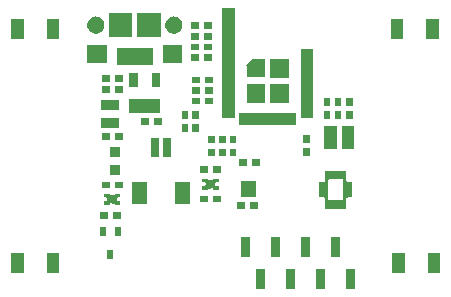
<source format=gbr>
G04 #@! TF.GenerationSoftware,KiCad,Pcbnew,(5.0.1-3-g963ef8bb5)*
G04 #@! TF.CreationDate,2019-05-06T12:15:08-04:00*
G04 #@! TF.ProjectId,OHAK_131,4F48414B5F3133312E6B696361645F70,rev?*
G04 #@! TF.SameCoordinates,Original*
G04 #@! TF.FileFunction,Soldermask,Top*
G04 #@! TF.FilePolarity,Negative*
%FSLAX46Y46*%
G04 Gerber Fmt 4.6, Leading zero omitted, Abs format (unit mm)*
G04 Created by KiCad (PCBNEW (5.0.1-3-g963ef8bb5)) date Monday, May 06, 2019 at 12:15:08 PM*
%MOMM*%
%LPD*%
G01*
G04 APERTURE LIST*
%ADD10C,0.100000*%
G04 APERTURE END LIST*
D10*
G36*
X151335880Y-110323860D02*
X150535880Y-110323860D01*
X150535880Y-108563860D01*
X151335880Y-108563860D01*
X151335880Y-110323860D01*
X151335880Y-110323860D01*
G37*
G36*
X148795880Y-110323860D02*
X147995880Y-110323860D01*
X147995880Y-108563860D01*
X148795880Y-108563860D01*
X148795880Y-110323860D01*
X148795880Y-110323860D01*
G37*
G36*
X146255880Y-110323860D02*
X145455880Y-110323860D01*
X145455880Y-108563860D01*
X146255880Y-108563860D01*
X146255880Y-110323860D01*
X146255880Y-110323860D01*
G37*
G36*
X143715880Y-110323860D02*
X142915880Y-110323860D01*
X142915880Y-108563860D01*
X143715880Y-108563860D01*
X143715880Y-110323860D01*
X143715880Y-110323860D01*
G37*
G36*
X126291880Y-108929860D02*
X125231880Y-108929860D01*
X125231880Y-107269860D01*
X126291880Y-107269860D01*
X126291880Y-108929860D01*
X126291880Y-108929860D01*
G37*
G36*
X123291880Y-108929860D02*
X122231880Y-108929860D01*
X122231880Y-107269860D01*
X123291880Y-107269860D01*
X123291880Y-108929860D01*
X123291880Y-108929860D01*
G37*
G36*
X155549880Y-108929860D02*
X154489880Y-108929860D01*
X154489880Y-107269860D01*
X155549880Y-107269860D01*
X155549880Y-108929860D01*
X155549880Y-108929860D01*
G37*
G36*
X158549880Y-108929860D02*
X157489880Y-108929860D01*
X157489880Y-107269860D01*
X158549880Y-107269860D01*
X158549880Y-108929860D01*
X158549880Y-108929860D01*
G37*
G36*
X130870880Y-107773860D02*
X130360880Y-107773860D01*
X130360880Y-107013860D01*
X130870880Y-107013860D01*
X130870880Y-107773860D01*
X130870880Y-107773860D01*
G37*
G36*
X150065880Y-107623860D02*
X149265880Y-107623860D01*
X149265880Y-105863860D01*
X150065880Y-105863860D01*
X150065880Y-107623860D01*
X150065880Y-107623860D01*
G37*
G36*
X147525880Y-107623860D02*
X146725880Y-107623860D01*
X146725880Y-105863860D01*
X147525880Y-105863860D01*
X147525880Y-107623860D01*
X147525880Y-107623860D01*
G37*
G36*
X144985880Y-107623860D02*
X144185880Y-107623860D01*
X144185880Y-105863860D01*
X144985880Y-105863860D01*
X144985880Y-107623860D01*
X144985880Y-107623860D01*
G37*
G36*
X142445880Y-107623860D02*
X141645880Y-107623860D01*
X141645880Y-105863860D01*
X142445880Y-105863860D01*
X142445880Y-107623860D01*
X142445880Y-107623860D01*
G37*
G36*
X130220880Y-105773860D02*
X129710880Y-105773860D01*
X129710880Y-105013860D01*
X130220880Y-105013860D01*
X130220880Y-105773860D01*
X130220880Y-105773860D01*
G37*
G36*
X131520880Y-105773860D02*
X131010880Y-105773860D01*
X131010880Y-105013860D01*
X131520880Y-105013860D01*
X131520880Y-105773860D01*
X131520880Y-105773860D01*
G37*
G36*
X130395880Y-104348860D02*
X129735880Y-104348860D01*
X129735880Y-103788860D01*
X130395880Y-103788860D01*
X130395880Y-104348860D01*
X130395880Y-104348860D01*
G37*
G36*
X131495880Y-104348860D02*
X130835880Y-104348860D01*
X130835880Y-103788860D01*
X131495880Y-103788860D01*
X131495880Y-104348860D01*
X131495880Y-104348860D01*
G37*
G36*
X142020880Y-103523860D02*
X141360880Y-103523860D01*
X141360880Y-102963860D01*
X142020880Y-102963860D01*
X142020880Y-103523860D01*
X142020880Y-103523860D01*
G37*
G36*
X150595880Y-101113860D02*
X150598282Y-101138246D01*
X150605395Y-101161695D01*
X150616946Y-101183306D01*
X150632492Y-101202248D01*
X150651434Y-101217794D01*
X150673045Y-101229345D01*
X150696494Y-101236458D01*
X150720880Y-101238860D01*
X151070880Y-101238860D01*
X151070880Y-102548860D01*
X150720880Y-102548860D01*
X150696494Y-102551262D01*
X150673045Y-102558375D01*
X150651434Y-102569926D01*
X150632492Y-102585472D01*
X150616946Y-102604414D01*
X150605395Y-102626025D01*
X150598282Y-102649474D01*
X150595880Y-102673860D01*
X150595880Y-103523860D01*
X148785880Y-103523860D01*
X148785880Y-102673860D01*
X148783478Y-102649474D01*
X148776365Y-102626025D01*
X148764814Y-102604414D01*
X148749268Y-102585472D01*
X148730326Y-102569926D01*
X148708715Y-102558375D01*
X148685266Y-102551262D01*
X148660880Y-102548860D01*
X148310880Y-102548860D01*
X148310880Y-101238860D01*
X148660880Y-101238860D01*
X148685266Y-101236458D01*
X148708715Y-101229345D01*
X148730326Y-101217794D01*
X148749268Y-101202248D01*
X148764814Y-101183306D01*
X148776365Y-101161695D01*
X148783478Y-101138246D01*
X148784895Y-101123860D01*
X149045880Y-101123860D01*
X149045880Y-102663860D01*
X149048282Y-102688246D01*
X149055395Y-102711695D01*
X149066946Y-102733306D01*
X149082492Y-102752248D01*
X149101434Y-102767794D01*
X149123045Y-102779345D01*
X149146494Y-102786458D01*
X149170880Y-102788860D01*
X150210880Y-102788860D01*
X150235266Y-102786458D01*
X150258715Y-102779345D01*
X150280326Y-102767794D01*
X150299268Y-102752248D01*
X150314814Y-102733306D01*
X150326365Y-102711695D01*
X150333478Y-102688246D01*
X150335880Y-102663860D01*
X150335880Y-101123860D01*
X150333478Y-101099474D01*
X150326365Y-101076025D01*
X150314814Y-101054414D01*
X150299268Y-101035472D01*
X150280326Y-101019926D01*
X150258715Y-101008375D01*
X150235266Y-101001262D01*
X150210880Y-100998860D01*
X149170880Y-100998860D01*
X149146494Y-101001262D01*
X149123045Y-101008375D01*
X149101434Y-101019926D01*
X149082492Y-101035472D01*
X149066946Y-101054414D01*
X149055395Y-101076025D01*
X149048282Y-101099474D01*
X149045880Y-101123860D01*
X148784895Y-101123860D01*
X148785880Y-101113860D01*
X148785880Y-100263860D01*
X150595880Y-100263860D01*
X150595880Y-101113860D01*
X150595880Y-101113860D01*
G37*
G36*
X143120880Y-103523860D02*
X142460880Y-103523860D01*
X142460880Y-102963860D01*
X143120880Y-102963860D01*
X143120880Y-103523860D01*
X143120880Y-103523860D01*
G37*
G36*
X130515880Y-102226215D02*
X130521761Y-102226794D01*
X130525531Y-102227938D01*
X130527417Y-102228510D01*
X130529153Y-102229438D01*
X130532628Y-102231295D01*
X130537196Y-102235044D01*
X130540945Y-102239612D01*
X130542802Y-102243087D01*
X130543730Y-102244823D01*
X130547290Y-102256560D01*
X130549603Y-102268190D01*
X130558980Y-102290829D01*
X130572594Y-102311203D01*
X130589921Y-102328531D01*
X130610295Y-102342145D01*
X130632934Y-102351522D01*
X130656968Y-102356303D01*
X130681472Y-102356303D01*
X130705506Y-102351523D01*
X130728145Y-102342146D01*
X130748519Y-102328532D01*
X130757609Y-102320293D01*
X130765880Y-102312022D01*
X130774151Y-102320293D01*
X130793093Y-102335839D01*
X130814704Y-102347390D01*
X130838153Y-102354503D01*
X130862539Y-102356905D01*
X130886925Y-102354503D01*
X130910374Y-102347390D01*
X130931985Y-102335839D01*
X130950927Y-102320293D01*
X130966473Y-102301351D01*
X130978024Y-102279740D01*
X130985137Y-102256291D01*
X130985697Y-102252515D01*
X130986314Y-102250481D01*
X130986314Y-102250479D01*
X130988030Y-102244824D01*
X130988030Y-102244823D01*
X130988958Y-102243087D01*
X130990815Y-102239612D01*
X130994564Y-102235044D01*
X130999132Y-102231295D01*
X131002607Y-102229438D01*
X131004343Y-102228510D01*
X131006229Y-102227938D01*
X131009999Y-102226794D01*
X131015880Y-102226215D01*
X131022022Y-102225610D01*
X131414738Y-102225610D01*
X131420880Y-102226215D01*
X131426761Y-102226794D01*
X131430531Y-102227938D01*
X131432417Y-102228510D01*
X131434153Y-102229438D01*
X131437628Y-102231295D01*
X131442196Y-102235044D01*
X131445945Y-102239612D01*
X131447802Y-102243087D01*
X131448730Y-102244823D01*
X131448730Y-102244824D01*
X131450446Y-102250479D01*
X131450446Y-102250481D01*
X131451630Y-102262502D01*
X131451630Y-102500218D01*
X131451025Y-102506360D01*
X131450446Y-102512241D01*
X131449302Y-102516011D01*
X131448730Y-102517897D01*
X131447802Y-102519633D01*
X131445945Y-102523108D01*
X131442196Y-102527676D01*
X131437628Y-102531425D01*
X131434525Y-102533083D01*
X131432417Y-102534210D01*
X131430531Y-102534782D01*
X131426761Y-102535926D01*
X131420880Y-102536505D01*
X131414738Y-102537110D01*
X131292744Y-102537110D01*
X131268358Y-102539512D01*
X131244909Y-102546625D01*
X131223298Y-102558176D01*
X131204356Y-102573722D01*
X131188810Y-102592664D01*
X131177259Y-102614275D01*
X131170146Y-102637724D01*
X131167744Y-102662110D01*
X131170146Y-102686496D01*
X131172380Y-102693860D01*
X131170146Y-102701224D01*
X131167744Y-102725610D01*
X131170146Y-102749996D01*
X131177259Y-102773445D01*
X131188810Y-102795056D01*
X131204356Y-102813998D01*
X131223298Y-102829544D01*
X131244909Y-102841095D01*
X131268358Y-102848208D01*
X131292744Y-102850610D01*
X131414738Y-102850610D01*
X131420880Y-102851215D01*
X131426761Y-102851794D01*
X131430531Y-102852938D01*
X131432417Y-102853510D01*
X131434153Y-102854438D01*
X131437628Y-102856295D01*
X131442196Y-102860044D01*
X131445945Y-102864612D01*
X131447802Y-102868087D01*
X131448730Y-102869823D01*
X131448730Y-102869824D01*
X131450446Y-102875479D01*
X131450446Y-102875481D01*
X131451630Y-102887502D01*
X131451630Y-103125218D01*
X131451025Y-103131360D01*
X131450446Y-103137241D01*
X131449302Y-103141011D01*
X131448730Y-103142897D01*
X131447802Y-103144633D01*
X131445945Y-103148108D01*
X131442196Y-103152676D01*
X131437628Y-103156425D01*
X131434153Y-103158282D01*
X131432417Y-103159210D01*
X131430531Y-103159782D01*
X131426761Y-103160926D01*
X131420880Y-103161505D01*
X131414738Y-103162110D01*
X131022022Y-103162110D01*
X131015880Y-103161505D01*
X131009999Y-103160926D01*
X131006229Y-103159782D01*
X131004343Y-103159210D01*
X131002607Y-103158282D01*
X130999132Y-103156425D01*
X130994564Y-103152676D01*
X130990815Y-103148108D01*
X130988958Y-103144633D01*
X130988030Y-103142897D01*
X130984470Y-103131160D01*
X130982157Y-103119530D01*
X130972780Y-103096891D01*
X130959166Y-103076517D01*
X130941839Y-103059189D01*
X130921465Y-103045575D01*
X130898826Y-103036198D01*
X130874792Y-103031417D01*
X130850288Y-103031417D01*
X130826254Y-103036197D01*
X130803615Y-103045574D01*
X130783241Y-103059188D01*
X130774151Y-103067427D01*
X130765880Y-103075698D01*
X130757609Y-103067427D01*
X130738667Y-103051881D01*
X130717056Y-103040330D01*
X130693607Y-103033217D01*
X130669221Y-103030815D01*
X130644835Y-103033217D01*
X130621386Y-103040330D01*
X130599775Y-103051881D01*
X130580833Y-103067427D01*
X130565287Y-103086369D01*
X130553736Y-103107980D01*
X130546623Y-103131429D01*
X130546063Y-103135205D01*
X130545446Y-103137238D01*
X130545446Y-103137241D01*
X130544360Y-103140821D01*
X130543730Y-103142897D01*
X130542802Y-103144633D01*
X130540945Y-103148108D01*
X130537196Y-103152676D01*
X130532628Y-103156425D01*
X130529153Y-103158282D01*
X130527417Y-103159210D01*
X130525531Y-103159782D01*
X130521761Y-103160926D01*
X130515880Y-103161505D01*
X130509738Y-103162110D01*
X130117022Y-103162110D01*
X130110880Y-103161505D01*
X130104999Y-103160926D01*
X130101229Y-103159782D01*
X130099343Y-103159210D01*
X130097607Y-103158282D01*
X130094132Y-103156425D01*
X130089564Y-103152676D01*
X130085815Y-103148108D01*
X130083958Y-103144633D01*
X130083030Y-103142897D01*
X130082458Y-103141011D01*
X130081314Y-103137241D01*
X130080735Y-103131360D01*
X130080130Y-103125218D01*
X130080130Y-102887502D01*
X130081314Y-102875481D01*
X130081314Y-102875479D01*
X130083030Y-102869824D01*
X130083030Y-102869823D01*
X130083958Y-102868087D01*
X130085815Y-102864612D01*
X130089564Y-102860044D01*
X130094132Y-102856295D01*
X130097607Y-102854438D01*
X130099343Y-102853510D01*
X130101229Y-102852938D01*
X130104999Y-102851794D01*
X130110880Y-102851215D01*
X130117022Y-102850610D01*
X130239016Y-102850610D01*
X130263402Y-102848208D01*
X130286851Y-102841095D01*
X130308462Y-102829544D01*
X130327404Y-102813998D01*
X130342950Y-102795056D01*
X130354501Y-102773445D01*
X130361614Y-102749996D01*
X130364016Y-102725610D01*
X130361614Y-102701224D01*
X130359380Y-102693860D01*
X130361614Y-102686496D01*
X130364016Y-102662110D01*
X130361614Y-102637724D01*
X130354501Y-102614275D01*
X130342950Y-102592664D01*
X130327404Y-102573722D01*
X130308462Y-102558176D01*
X130286851Y-102546625D01*
X130263402Y-102539512D01*
X130239016Y-102537110D01*
X130117022Y-102537110D01*
X130110880Y-102536505D01*
X130104999Y-102535926D01*
X130101229Y-102534782D01*
X130099343Y-102534210D01*
X130097235Y-102533083D01*
X130094132Y-102531425D01*
X130089564Y-102527676D01*
X130085815Y-102523108D01*
X130083958Y-102519633D01*
X130083030Y-102517897D01*
X130082458Y-102516011D01*
X130081314Y-102512241D01*
X130080735Y-102506360D01*
X130080130Y-102500218D01*
X130080130Y-102262502D01*
X130081314Y-102250481D01*
X130081314Y-102250479D01*
X130083030Y-102244824D01*
X130083030Y-102244823D01*
X130083958Y-102243087D01*
X130085815Y-102239612D01*
X130089564Y-102235044D01*
X130094132Y-102231295D01*
X130097607Y-102229438D01*
X130099343Y-102228510D01*
X130101229Y-102227938D01*
X130104999Y-102226794D01*
X130110880Y-102226215D01*
X130117022Y-102225610D01*
X130509738Y-102225610D01*
X130515880Y-102226215D01*
X130515880Y-102226215D01*
G37*
G36*
X137345880Y-103111360D02*
X136085880Y-103111360D01*
X136085880Y-101251360D01*
X137345880Y-101251360D01*
X137345880Y-103111360D01*
X137345880Y-103111360D01*
G37*
G36*
X133745880Y-103111360D02*
X132485880Y-103111360D01*
X132485880Y-101251360D01*
X133745880Y-101251360D01*
X133745880Y-103111360D01*
X133745880Y-103111360D01*
G37*
G36*
X139970880Y-102948860D02*
X139310880Y-102948860D01*
X139310880Y-102388860D01*
X139970880Y-102388860D01*
X139970880Y-102948860D01*
X139970880Y-102948860D01*
G37*
G36*
X138870880Y-102948860D02*
X138210880Y-102948860D01*
X138210880Y-102388860D01*
X138870880Y-102388860D01*
X138870880Y-102948860D01*
X138870880Y-102948860D01*
G37*
G36*
X142940880Y-102468860D02*
X141640880Y-102468860D01*
X141640880Y-101118860D01*
X142940880Y-101118860D01*
X142940880Y-102468860D01*
X142940880Y-102468860D01*
G37*
G36*
X138840880Y-100951216D02*
X138846761Y-100951795D01*
X138850531Y-100952939D01*
X138852417Y-100953511D01*
X138854153Y-100954439D01*
X138857628Y-100956296D01*
X138862196Y-100960045D01*
X138865945Y-100964613D01*
X138867802Y-100968088D01*
X138868730Y-100969824D01*
X138872290Y-100981561D01*
X138874603Y-100993191D01*
X138883980Y-101015830D01*
X138897594Y-101036204D01*
X138914921Y-101053532D01*
X138935295Y-101067146D01*
X138957934Y-101076523D01*
X138981968Y-101081304D01*
X139006472Y-101081304D01*
X139030506Y-101076524D01*
X139053145Y-101067147D01*
X139073519Y-101053533D01*
X139082609Y-101045294D01*
X139090880Y-101037023D01*
X139099151Y-101045294D01*
X139118093Y-101060840D01*
X139139704Y-101072391D01*
X139163153Y-101079504D01*
X139187539Y-101081906D01*
X139211925Y-101079504D01*
X139235374Y-101072391D01*
X139256985Y-101060840D01*
X139275927Y-101045294D01*
X139291473Y-101026352D01*
X139303024Y-101004741D01*
X139310137Y-100981292D01*
X139310697Y-100977516D01*
X139311314Y-100975482D01*
X139311314Y-100975480D01*
X139313030Y-100969825D01*
X139313030Y-100969824D01*
X139313958Y-100968088D01*
X139315815Y-100964613D01*
X139319564Y-100960045D01*
X139324132Y-100956296D01*
X139327607Y-100954439D01*
X139329343Y-100953511D01*
X139331229Y-100952939D01*
X139334999Y-100951795D01*
X139340880Y-100951216D01*
X139347022Y-100950611D01*
X139739738Y-100950611D01*
X139745880Y-100951216D01*
X139751761Y-100951795D01*
X139755531Y-100952939D01*
X139757417Y-100953511D01*
X139759153Y-100954439D01*
X139762628Y-100956296D01*
X139767196Y-100960045D01*
X139770945Y-100964613D01*
X139772802Y-100968088D01*
X139773730Y-100969824D01*
X139773730Y-100969825D01*
X139775446Y-100975480D01*
X139775446Y-100975482D01*
X139776630Y-100987503D01*
X139776630Y-101225219D01*
X139776025Y-101231361D01*
X139775446Y-101237242D01*
X139774955Y-101238860D01*
X139773730Y-101242898D01*
X139772802Y-101244634D01*
X139770945Y-101248109D01*
X139767196Y-101252677D01*
X139762628Y-101256426D01*
X139759525Y-101258084D01*
X139757417Y-101259211D01*
X139755531Y-101259783D01*
X139751761Y-101260927D01*
X139745880Y-101261506D01*
X139739738Y-101262111D01*
X139617744Y-101262111D01*
X139593358Y-101264513D01*
X139569909Y-101271626D01*
X139548298Y-101283177D01*
X139529356Y-101298723D01*
X139513810Y-101317665D01*
X139502259Y-101339276D01*
X139495146Y-101362725D01*
X139492744Y-101387111D01*
X139495146Y-101411497D01*
X139497380Y-101418861D01*
X139495146Y-101426225D01*
X139492744Y-101450611D01*
X139495146Y-101474997D01*
X139502259Y-101498446D01*
X139513810Y-101520057D01*
X139529356Y-101538999D01*
X139548298Y-101554545D01*
X139569909Y-101566096D01*
X139593358Y-101573209D01*
X139617744Y-101575611D01*
X139739738Y-101575611D01*
X139745880Y-101576216D01*
X139751761Y-101576795D01*
X139755531Y-101577939D01*
X139757417Y-101578511D01*
X139759153Y-101579439D01*
X139762628Y-101581296D01*
X139767196Y-101585045D01*
X139770945Y-101589613D01*
X139772802Y-101593088D01*
X139773730Y-101594824D01*
X139773730Y-101594825D01*
X139775446Y-101600480D01*
X139775446Y-101600482D01*
X139776630Y-101612503D01*
X139776630Y-101850219D01*
X139776025Y-101856361D01*
X139775446Y-101862242D01*
X139774302Y-101866012D01*
X139773730Y-101867898D01*
X139772802Y-101869634D01*
X139770945Y-101873109D01*
X139767196Y-101877677D01*
X139762628Y-101881426D01*
X139759153Y-101883283D01*
X139757417Y-101884211D01*
X139755531Y-101884783D01*
X139751761Y-101885927D01*
X139745880Y-101886506D01*
X139739738Y-101887111D01*
X139347022Y-101887111D01*
X139340880Y-101886506D01*
X139334999Y-101885927D01*
X139331229Y-101884783D01*
X139329343Y-101884211D01*
X139327607Y-101883283D01*
X139324132Y-101881426D01*
X139319564Y-101877677D01*
X139315815Y-101873109D01*
X139313958Y-101869634D01*
X139313030Y-101867898D01*
X139309470Y-101856161D01*
X139307157Y-101844531D01*
X139297780Y-101821892D01*
X139284166Y-101801518D01*
X139266839Y-101784190D01*
X139246465Y-101770576D01*
X139223826Y-101761199D01*
X139199792Y-101756418D01*
X139175288Y-101756418D01*
X139151254Y-101761198D01*
X139128615Y-101770575D01*
X139108241Y-101784189D01*
X139099151Y-101792428D01*
X139090880Y-101800699D01*
X139082609Y-101792428D01*
X139063667Y-101776882D01*
X139042056Y-101765331D01*
X139018607Y-101758218D01*
X138994221Y-101755816D01*
X138969835Y-101758218D01*
X138946386Y-101765331D01*
X138924775Y-101776882D01*
X138905833Y-101792428D01*
X138890287Y-101811370D01*
X138878736Y-101832981D01*
X138871623Y-101856430D01*
X138871063Y-101860206D01*
X138870446Y-101862239D01*
X138870446Y-101862242D01*
X138869360Y-101865822D01*
X138868730Y-101867898D01*
X138867802Y-101869634D01*
X138865945Y-101873109D01*
X138862196Y-101877677D01*
X138857628Y-101881426D01*
X138854153Y-101883283D01*
X138852417Y-101884211D01*
X138850531Y-101884783D01*
X138846761Y-101885927D01*
X138840880Y-101886506D01*
X138834738Y-101887111D01*
X138442022Y-101887111D01*
X138435880Y-101886506D01*
X138429999Y-101885927D01*
X138426229Y-101884783D01*
X138424343Y-101884211D01*
X138422607Y-101883283D01*
X138419132Y-101881426D01*
X138414564Y-101877677D01*
X138410815Y-101873109D01*
X138408958Y-101869634D01*
X138408030Y-101867898D01*
X138407458Y-101866012D01*
X138406314Y-101862242D01*
X138405735Y-101856361D01*
X138405130Y-101850219D01*
X138405130Y-101612503D01*
X138406314Y-101600482D01*
X138406314Y-101600480D01*
X138408030Y-101594825D01*
X138408030Y-101594824D01*
X138408958Y-101593088D01*
X138410815Y-101589613D01*
X138414564Y-101585045D01*
X138419132Y-101581296D01*
X138422607Y-101579439D01*
X138424343Y-101578511D01*
X138426229Y-101577939D01*
X138429999Y-101576795D01*
X138435880Y-101576216D01*
X138442022Y-101575611D01*
X138564016Y-101575611D01*
X138588402Y-101573209D01*
X138611851Y-101566096D01*
X138633462Y-101554545D01*
X138652404Y-101538999D01*
X138667950Y-101520057D01*
X138679501Y-101498446D01*
X138686614Y-101474997D01*
X138689016Y-101450611D01*
X138686614Y-101426225D01*
X138684380Y-101418861D01*
X138686614Y-101411497D01*
X138689016Y-101387111D01*
X138686614Y-101362725D01*
X138679501Y-101339276D01*
X138667950Y-101317665D01*
X138652404Y-101298723D01*
X138633462Y-101283177D01*
X138611851Y-101271626D01*
X138588402Y-101264513D01*
X138564016Y-101262111D01*
X138442022Y-101262111D01*
X138435880Y-101261506D01*
X138429999Y-101260927D01*
X138426229Y-101259783D01*
X138424343Y-101259211D01*
X138422235Y-101258084D01*
X138419132Y-101256426D01*
X138414564Y-101252677D01*
X138410815Y-101248109D01*
X138408958Y-101244634D01*
X138408030Y-101242898D01*
X138406805Y-101238860D01*
X138406314Y-101237242D01*
X138405735Y-101231361D01*
X138405130Y-101225219D01*
X138405130Y-100987503D01*
X138406314Y-100975482D01*
X138406314Y-100975480D01*
X138408030Y-100969825D01*
X138408030Y-100969824D01*
X138408958Y-100968088D01*
X138410815Y-100964613D01*
X138414564Y-100960045D01*
X138419132Y-100956296D01*
X138422607Y-100954439D01*
X138424343Y-100953511D01*
X138426229Y-100952939D01*
X138429999Y-100951795D01*
X138435880Y-100951216D01*
X138442022Y-100950611D01*
X138834738Y-100950611D01*
X138840880Y-100951216D01*
X138840880Y-100951216D01*
G37*
G36*
X131645880Y-101773860D02*
X130985880Y-101773860D01*
X130985880Y-101213860D01*
X131645880Y-101213860D01*
X131645880Y-101773860D01*
X131645880Y-101773860D01*
G37*
G36*
X130545880Y-101773860D02*
X129885880Y-101773860D01*
X129885880Y-101213860D01*
X130545880Y-101213860D01*
X130545880Y-101773860D01*
X130545880Y-101773860D01*
G37*
G36*
X131395880Y-100648860D02*
X130585880Y-100648860D01*
X130585880Y-99788860D01*
X131395880Y-99788860D01*
X131395880Y-100648860D01*
X131395880Y-100648860D01*
G37*
G36*
X138870880Y-100448860D02*
X138210880Y-100448860D01*
X138210880Y-99888860D01*
X138870880Y-99888860D01*
X138870880Y-100448860D01*
X138870880Y-100448860D01*
G37*
G36*
X139970880Y-100448860D02*
X139310880Y-100448860D01*
X139310880Y-99888860D01*
X139970880Y-99888860D01*
X139970880Y-100448860D01*
X139970880Y-100448860D01*
G37*
G36*
X143270880Y-99873860D02*
X142610880Y-99873860D01*
X142610880Y-99313860D01*
X143270880Y-99313860D01*
X143270880Y-99873860D01*
X143270880Y-99873860D01*
G37*
G36*
X142170880Y-99873860D02*
X141510880Y-99873860D01*
X141510880Y-99313860D01*
X142170880Y-99313860D01*
X142170880Y-99873860D01*
X142170880Y-99873860D01*
G37*
G36*
X131395880Y-99148860D02*
X130585880Y-99148860D01*
X130585880Y-98288860D01*
X131395880Y-98288860D01*
X131395880Y-99148860D01*
X131395880Y-99148860D01*
G37*
G36*
X135745880Y-99111360D02*
X135085880Y-99111360D01*
X135085880Y-97501360D01*
X135745880Y-97501360D01*
X135745880Y-99111360D01*
X135745880Y-99111360D01*
G37*
G36*
X134745880Y-99111360D02*
X134085880Y-99111360D01*
X134085880Y-97501360D01*
X134745880Y-97501360D01*
X134745880Y-99111360D01*
X134745880Y-99111360D01*
G37*
G36*
X139470880Y-99073860D02*
X138910880Y-99073860D01*
X138910880Y-98413860D01*
X139470880Y-98413860D01*
X139470880Y-99073860D01*
X139470880Y-99073860D01*
G37*
G36*
X140370880Y-99073860D02*
X139810880Y-99073860D01*
X139810880Y-98413860D01*
X140370880Y-98413860D01*
X140370880Y-99073860D01*
X140370880Y-99073860D01*
G37*
G36*
X141270880Y-99073860D02*
X140710880Y-99073860D01*
X140710880Y-98413860D01*
X141270880Y-98413860D01*
X141270880Y-99073860D01*
X141270880Y-99073860D01*
G37*
G36*
X147520880Y-99023860D02*
X146960880Y-99023860D01*
X146960880Y-98363860D01*
X147520880Y-98363860D01*
X147520880Y-99023860D01*
X147520880Y-99023860D01*
G37*
G36*
X151270880Y-98423861D02*
X150210880Y-98423861D01*
X150210880Y-96463861D01*
X151270880Y-96463861D01*
X151270880Y-98423861D01*
X151270880Y-98423861D01*
G37*
G36*
X149770880Y-98423861D02*
X148710880Y-98423861D01*
X148710880Y-96463861D01*
X149770880Y-96463861D01*
X149770880Y-98423861D01*
X149770880Y-98423861D01*
G37*
G36*
X141270880Y-97973860D02*
X140710880Y-97973860D01*
X140710880Y-97313860D01*
X141270880Y-97313860D01*
X141270880Y-97973860D01*
X141270880Y-97973860D01*
G37*
G36*
X140370880Y-97973860D02*
X139810880Y-97973860D01*
X139810880Y-97313860D01*
X140370880Y-97313860D01*
X140370880Y-97973860D01*
X140370880Y-97973860D01*
G37*
G36*
X139470880Y-97973860D02*
X138910880Y-97973860D01*
X138910880Y-97313860D01*
X139470880Y-97313860D01*
X139470880Y-97973860D01*
X139470880Y-97973860D01*
G37*
G36*
X147520880Y-97923860D02*
X146960880Y-97923860D01*
X146960880Y-97263860D01*
X147520880Y-97263860D01*
X147520880Y-97923860D01*
X147520880Y-97923860D01*
G37*
G36*
X131645880Y-97673860D02*
X130985880Y-97673860D01*
X130985880Y-97113860D01*
X131645880Y-97113860D01*
X131645880Y-97673860D01*
X131645880Y-97673860D01*
G37*
G36*
X130545880Y-97673860D02*
X129885880Y-97673860D01*
X129885880Y-97113860D01*
X130545880Y-97113860D01*
X130545880Y-97673860D01*
X130545880Y-97673860D01*
G37*
G36*
X138120880Y-96973860D02*
X137560880Y-96973860D01*
X137560880Y-96313860D01*
X138120880Y-96313860D01*
X138120880Y-96973860D01*
X138120880Y-96973860D01*
G37*
G36*
X137220880Y-96973860D02*
X136660880Y-96973860D01*
X136660880Y-96313860D01*
X137220880Y-96313860D01*
X137220880Y-96973860D01*
X137220880Y-96973860D01*
G37*
G36*
X131370880Y-96648860D02*
X129810880Y-96648860D01*
X129810880Y-95788860D01*
X131370880Y-95788860D01*
X131370880Y-96648860D01*
X131370880Y-96648860D01*
G37*
G36*
X146347880Y-96443860D02*
X141533880Y-96443860D01*
X141533880Y-95383860D01*
X146347880Y-95383860D01*
X146347880Y-96443860D01*
X146347880Y-96443860D01*
G37*
G36*
X133845880Y-96373860D02*
X133185880Y-96373860D01*
X133185880Y-95813860D01*
X133845880Y-95813860D01*
X133845880Y-96373860D01*
X133845880Y-96373860D01*
G37*
G36*
X134945880Y-96373860D02*
X134285880Y-96373860D01*
X134285880Y-95813860D01*
X134945880Y-95813860D01*
X134945880Y-96373860D01*
X134945880Y-96373860D01*
G37*
G36*
X138120880Y-95873860D02*
X137560880Y-95873860D01*
X137560880Y-95213860D01*
X138120880Y-95213860D01*
X138120880Y-95873860D01*
X138120880Y-95873860D01*
G37*
G36*
X150170880Y-95873860D02*
X149610880Y-95873860D01*
X149610880Y-95213860D01*
X150170880Y-95213860D01*
X150170880Y-95873860D01*
X150170880Y-95873860D01*
G37*
G36*
X137220880Y-95873860D02*
X136660880Y-95873860D01*
X136660880Y-95213860D01*
X137220880Y-95213860D01*
X137220880Y-95873860D01*
X137220880Y-95873860D01*
G37*
G36*
X151120880Y-95873860D02*
X150560880Y-95873860D01*
X150560880Y-95213860D01*
X151120880Y-95213860D01*
X151120880Y-95873860D01*
X151120880Y-95873860D01*
G37*
G36*
X149220880Y-95873860D02*
X148660880Y-95873860D01*
X148660880Y-95213860D01*
X149220880Y-95213860D01*
X149220880Y-95873860D01*
X149220880Y-95873860D01*
G37*
G36*
X141165880Y-95780860D02*
X140105880Y-95780860D01*
X140105880Y-86466860D01*
X141165880Y-86466860D01*
X141165880Y-95780860D01*
X141165880Y-95780860D01*
G37*
G36*
X147775880Y-95780860D02*
X146715880Y-95780860D01*
X146715880Y-89966860D01*
X147775880Y-89966860D01*
X147775880Y-95780860D01*
X147775880Y-95780860D01*
G37*
G36*
X134820880Y-95353860D02*
X132210880Y-95353860D01*
X132210880Y-94233860D01*
X134820880Y-94233860D01*
X134820880Y-95353860D01*
X134820880Y-95353860D01*
G37*
G36*
X131370880Y-95148860D02*
X129810880Y-95148860D01*
X129810880Y-94288860D01*
X131370880Y-94288860D01*
X131370880Y-95148860D01*
X131370880Y-95148860D01*
G37*
G36*
X149220880Y-94773860D02*
X148660880Y-94773860D01*
X148660880Y-94113860D01*
X149220880Y-94113860D01*
X149220880Y-94773860D01*
X149220880Y-94773860D01*
G37*
G36*
X151120880Y-94773860D02*
X150560880Y-94773860D01*
X150560880Y-94113860D01*
X151120880Y-94113860D01*
X151120880Y-94773860D01*
X151120880Y-94773860D01*
G37*
G36*
X150170880Y-94773860D02*
X149610880Y-94773860D01*
X149610880Y-94113860D01*
X150170880Y-94113860D01*
X150170880Y-94773860D01*
X150170880Y-94773860D01*
G37*
G36*
X138180880Y-94673860D02*
X137520880Y-94673860D01*
X137520880Y-94113860D01*
X138180880Y-94113860D01*
X138180880Y-94673860D01*
X138180880Y-94673860D01*
G37*
G36*
X139280880Y-94673860D02*
X138620880Y-94673860D01*
X138620880Y-94113860D01*
X139280880Y-94113860D01*
X139280880Y-94673860D01*
X139280880Y-94673860D01*
G37*
G36*
X143720880Y-94513860D02*
X142160880Y-94513860D01*
X142160880Y-92953860D01*
X143720880Y-92953860D01*
X143720880Y-94513860D01*
X143720880Y-94513860D01*
G37*
G36*
X145720880Y-94513860D02*
X144160880Y-94513860D01*
X144160880Y-92953860D01*
X145720880Y-92953860D01*
X145720880Y-94513860D01*
X145720880Y-94513860D01*
G37*
G36*
X138170880Y-93773860D02*
X137510880Y-93773860D01*
X137510880Y-93213860D01*
X138170880Y-93213860D01*
X138170880Y-93773860D01*
X138170880Y-93773860D01*
G37*
G36*
X139270880Y-93773860D02*
X138610880Y-93773860D01*
X138610880Y-93213860D01*
X139270880Y-93213860D01*
X139270880Y-93773860D01*
X139270880Y-93773860D01*
G37*
G36*
X130545880Y-93673860D02*
X129885880Y-93673860D01*
X129885880Y-93113860D01*
X130545880Y-93113860D01*
X130545880Y-93673860D01*
X130545880Y-93673860D01*
G37*
G36*
X131645880Y-93673860D02*
X130985880Y-93673860D01*
X130985880Y-93113860D01*
X131645880Y-93113860D01*
X131645880Y-93673860D01*
X131645880Y-93673860D01*
G37*
G36*
X134820880Y-93153860D02*
X134110880Y-93153860D01*
X134110880Y-92033860D01*
X134820880Y-92033860D01*
X134820880Y-93153860D01*
X134820880Y-93153860D01*
G37*
G36*
X132920880Y-93153860D02*
X132210880Y-93153860D01*
X132210880Y-92033860D01*
X132920880Y-92033860D01*
X132920880Y-93153860D01*
X132920880Y-93153860D01*
G37*
G36*
X138190880Y-92873860D02*
X137530880Y-92873860D01*
X137530880Y-92313860D01*
X138190880Y-92313860D01*
X138190880Y-92873860D01*
X138190880Y-92873860D01*
G37*
G36*
X139290880Y-92873860D02*
X138630880Y-92873860D01*
X138630880Y-92313860D01*
X139290880Y-92313860D01*
X139290880Y-92873860D01*
X139290880Y-92873860D01*
G37*
G36*
X130545880Y-92773860D02*
X129885880Y-92773860D01*
X129885880Y-92213860D01*
X130545880Y-92213860D01*
X130545880Y-92773860D01*
X130545880Y-92773860D01*
G37*
G36*
X131645880Y-92773860D02*
X130985880Y-92773860D01*
X130985880Y-92213860D01*
X131645880Y-92213860D01*
X131645880Y-92773860D01*
X131645880Y-92773860D01*
G37*
G36*
X145720880Y-92393860D02*
X144160880Y-92393860D01*
X144160880Y-90833860D01*
X145720880Y-90833860D01*
X145720880Y-92393860D01*
X145720880Y-92393860D01*
G37*
G36*
X143715880Y-91168860D02*
X143718282Y-91193246D01*
X143720880Y-91201811D01*
X143720880Y-92363860D01*
X142160880Y-92363860D01*
X142160880Y-91493860D01*
X142158478Y-91469474D01*
X142151365Y-91446025D01*
X142139814Y-91424414D01*
X142124268Y-91405472D01*
X142105326Y-91389926D01*
X142096894Y-91385419D01*
X142124268Y-91358045D01*
X142139814Y-91339103D01*
X142151365Y-91317492D01*
X142158478Y-91294043D01*
X142158710Y-91291690D01*
X142161063Y-91291458D01*
X142184512Y-91284345D01*
X142206123Y-91272794D01*
X142225065Y-91257248D01*
X142609268Y-90873045D01*
X142624814Y-90854103D01*
X142632961Y-90838860D01*
X143715880Y-90838860D01*
X143715880Y-91168860D01*
X143715880Y-91168860D01*
G37*
G36*
X134214220Y-91325647D02*
X131154220Y-91325647D01*
X131154220Y-89915647D01*
X134214220Y-89915647D01*
X134214220Y-91325647D01*
X134214220Y-91325647D01*
G37*
G36*
X136714220Y-91125647D02*
X135054220Y-91125647D01*
X135054220Y-89665647D01*
X136714220Y-89665647D01*
X136714220Y-91125647D01*
X136714220Y-91125647D01*
G37*
G36*
X130314220Y-91125647D02*
X128654220Y-91125647D01*
X128654220Y-89665647D01*
X130314220Y-89665647D01*
X130314220Y-91125647D01*
X130314220Y-91125647D01*
G37*
G36*
X139220880Y-90973860D02*
X138560880Y-90973860D01*
X138560880Y-90413860D01*
X139220880Y-90413860D01*
X139220880Y-90973860D01*
X139220880Y-90973860D01*
G37*
G36*
X138120880Y-90973860D02*
X137460880Y-90973860D01*
X137460880Y-90413860D01*
X138120880Y-90413860D01*
X138120880Y-90973860D01*
X138120880Y-90973860D01*
G37*
G36*
X139220880Y-90073860D02*
X138560880Y-90073860D01*
X138560880Y-89513860D01*
X139220880Y-89513860D01*
X139220880Y-90073860D01*
X139220880Y-90073860D01*
G37*
G36*
X138120880Y-90073860D02*
X137460880Y-90073860D01*
X137460880Y-89513860D01*
X138120880Y-89513860D01*
X138120880Y-90073860D01*
X138120880Y-90073860D01*
G37*
G36*
X139220880Y-89173860D02*
X138560880Y-89173860D01*
X138560880Y-88613860D01*
X139220880Y-88613860D01*
X139220880Y-89173860D01*
X139220880Y-89173860D01*
G37*
G36*
X138120880Y-89173860D02*
X137460880Y-89173860D01*
X137460880Y-88613860D01*
X138120880Y-88613860D01*
X138120880Y-89173860D01*
X138120880Y-89173860D01*
G37*
G36*
X158422880Y-89117860D02*
X157362880Y-89117860D01*
X157362880Y-87457860D01*
X158422880Y-87457860D01*
X158422880Y-89117860D01*
X158422880Y-89117860D01*
G37*
G36*
X155422880Y-89117860D02*
X154362880Y-89117860D01*
X154362880Y-87457860D01*
X155422880Y-87457860D01*
X155422880Y-89117860D01*
X155422880Y-89117860D01*
G37*
G36*
X126291880Y-89117860D02*
X125231880Y-89117860D01*
X125231880Y-87457860D01*
X126291880Y-87457860D01*
X126291880Y-89117860D01*
X126291880Y-89117860D01*
G37*
G36*
X123291880Y-89117860D02*
X122231880Y-89117860D01*
X122231880Y-87457860D01*
X123291880Y-87457860D01*
X123291880Y-89117860D01*
X123291880Y-89117860D01*
G37*
G36*
X132464220Y-88925647D02*
X130504220Y-88925647D01*
X130504220Y-86965647D01*
X132464220Y-86965647D01*
X132464220Y-88925647D01*
X132464220Y-88925647D01*
G37*
G36*
X134864220Y-88925647D02*
X132904220Y-88925647D01*
X132904220Y-86965647D01*
X134864220Y-86965647D01*
X134864220Y-88925647D01*
X134864220Y-88925647D01*
G37*
G36*
X136112004Y-87224701D02*
X136127326Y-87226210D01*
X136161726Y-87236645D01*
X136264931Y-87267952D01*
X136391749Y-87335737D01*
X136502905Y-87426962D01*
X136594130Y-87538118D01*
X136661915Y-87664936D01*
X136703657Y-87802542D01*
X136717752Y-87945647D01*
X136703657Y-88088752D01*
X136661915Y-88226358D01*
X136594130Y-88353176D01*
X136502905Y-88464332D01*
X136391749Y-88555557D01*
X136264931Y-88623342D01*
X136161727Y-88654648D01*
X136127326Y-88665084D01*
X136112004Y-88666593D01*
X136020080Y-88675647D01*
X135948360Y-88675647D01*
X135856436Y-88666593D01*
X135841114Y-88665084D01*
X135806713Y-88654648D01*
X135703509Y-88623342D01*
X135576691Y-88555557D01*
X135465535Y-88464332D01*
X135374310Y-88353176D01*
X135306525Y-88226358D01*
X135264783Y-88088752D01*
X135250688Y-87945647D01*
X135264783Y-87802542D01*
X135306525Y-87664936D01*
X135374310Y-87538118D01*
X135465535Y-87426962D01*
X135576691Y-87335737D01*
X135703509Y-87267952D01*
X135806714Y-87236645D01*
X135841114Y-87226210D01*
X135856436Y-87224701D01*
X135948360Y-87215647D01*
X136020080Y-87215647D01*
X136112004Y-87224701D01*
X136112004Y-87224701D01*
G37*
G36*
X129512004Y-87224701D02*
X129527326Y-87226210D01*
X129561726Y-87236645D01*
X129664931Y-87267952D01*
X129791749Y-87335737D01*
X129902905Y-87426962D01*
X129994130Y-87538118D01*
X130061915Y-87664936D01*
X130103657Y-87802542D01*
X130117752Y-87945647D01*
X130103657Y-88088752D01*
X130061915Y-88226358D01*
X129994130Y-88353176D01*
X129902905Y-88464332D01*
X129791749Y-88555557D01*
X129664931Y-88623342D01*
X129561727Y-88654648D01*
X129527326Y-88665084D01*
X129512004Y-88666593D01*
X129420080Y-88675647D01*
X129348360Y-88675647D01*
X129256436Y-88666593D01*
X129241114Y-88665084D01*
X129206713Y-88654648D01*
X129103509Y-88623342D01*
X128976691Y-88555557D01*
X128865535Y-88464332D01*
X128774310Y-88353176D01*
X128706525Y-88226358D01*
X128664783Y-88088752D01*
X128650688Y-87945647D01*
X128664783Y-87802542D01*
X128706525Y-87664936D01*
X128774310Y-87538118D01*
X128865535Y-87426962D01*
X128976691Y-87335737D01*
X129103509Y-87267952D01*
X129206714Y-87236645D01*
X129241114Y-87226210D01*
X129256436Y-87224701D01*
X129348360Y-87215647D01*
X129420080Y-87215647D01*
X129512004Y-87224701D01*
X129512004Y-87224701D01*
G37*
G36*
X138120880Y-88273860D02*
X137460880Y-88273860D01*
X137460880Y-87713860D01*
X138120880Y-87713860D01*
X138120880Y-88273860D01*
X138120880Y-88273860D01*
G37*
G36*
X139220880Y-88273860D02*
X138560880Y-88273860D01*
X138560880Y-87713860D01*
X139220880Y-87713860D01*
X139220880Y-88273860D01*
X139220880Y-88273860D01*
G37*
M02*

</source>
